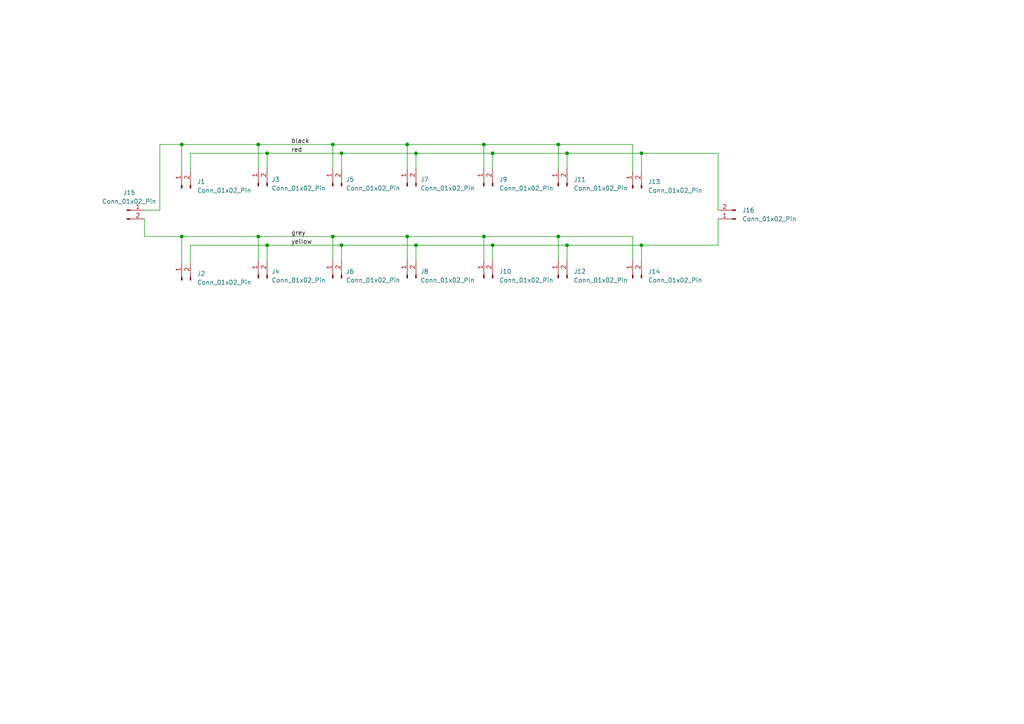
<source format=kicad_sch>
(kicad_sch (version 20230121) (generator eeschema)
  (paper "A4")
  (title_block (title "KNX Distributor") (date "2024-02-26") (rev "0.4") (company "haus-automatisierung.com") (comment 1 "Matthias Kleine"))
  (lib_symbols
    (symbol "Connector:Conn_01x02_Pin" (pin_names (offset 1.016) hide)
      (property "Reference" "J" (at 0 2.54 0))
      (property "Value" "Conn_01x02_Pin" (at 0 -5.08 0))
      (symbol "Conn_01x02_Pin_1_1"
        (polyline (pts (xy 1.27 -2.54) (xy 0.8636 -2.54)) (stroke (width 0.1524)))
        (polyline (pts (xy 1.27 0) (xy 0.8636 0)) (stroke (width 0.1524)))
        (rectangle (start 0.8636 -2.413) (end 0 -2.667) (stroke (width 0.1524)) (fill (type outline)))
        (rectangle (start 0.8636 0.127) (end 0 -0.127) (stroke (width 0.1524)) (fill (type outline)))
        (pin passive line (at 5.08 0 180) (length 3.81) (name "Pin_1") (number "1"))
        (pin passive line (at 5.08 -2.54 180) (length 3.81) (name "Pin_2") (number "2"))
      )
    )
  )
  (junction (at 52.705 68.58))
  (junction (at 140.335 68.58))
  (junction (at 142.875 71.12))
  (junction (at 99.06 71.12))
  (junction (at 161.925 68.58))
  (junction (at 74.93 68.58))
  (junction (at 186.055 71.12))
  (junction (at 164.465 71.12))
  (junction (at 74.93 41.91))
  (junction (at 142.875 44.45))
  (junction (at 120.65 44.45))
  (junction (at 99.06 44.45))
  (junction (at 96.52 41.91))
  (junction (at 186.055 44.45))
  (junction (at 118.11 41.91))
  (junction (at 77.47 44.45))
  (junction (at 120.65 71.12))
  (junction (at 140.335 41.91))
  (junction (at 77.47 71.12))
  (junction (at 164.465 44.45))
  (junction (at 118.11 68.58))
  (junction (at 52.705 41.91))
  (junction (at 161.925 41.91))
  (junction (at 96.52 68.58))
  (wire (pts (xy 183.515 49.53) (xy 183.515 41.91)))
  (wire (pts (xy 99.06 44.45) (xy 77.47 44.45)))
  (wire (pts (xy 208.28 71.12) (xy 186.055 71.12)))
  (wire (pts (xy 77.47 44.45) (xy 77.47 48.895)))
  (wire (pts (xy 41.91 68.58) (xy 52.705 68.58)))
  (wire (pts (xy 140.335 75.565) (xy 140.335 68.58)))
  (wire (pts (xy 164.465 44.45) (xy 142.875 44.45)))
  (wire (pts (xy 96.52 68.58) (xy 74.93 68.58)))
  (wire (pts (xy 183.515 75.565) (xy 183.515 68.58)))
  (wire (pts (xy 118.11 75.565) (xy 118.11 68.58)))
  (wire (pts (xy 55.245 49.53) (xy 55.245 44.45)))
  (wire (pts (xy 161.925 41.91) (xy 140.335 41.91)))
  (wire (pts (xy 142.875 75.565) (xy 142.875 71.12)))
  (wire (pts (xy 46.355 60.96) (xy 46.355 41.91)))
  (wire (pts (xy 118.11 48.895) (xy 118.11 41.91)))
  (wire (pts (xy 140.335 48.895) (xy 140.335 41.91)))
  (wire (pts (xy 142.875 48.895) (xy 142.875 44.45)))
  (wire (pts (xy 96.52 48.895) (xy 96.52 41.91)))
  (wire (pts (xy 186.055 71.12) (xy 186.055 75.565)))
  (wire (pts (xy 74.93 68.58) (xy 74.93 75.565)))
  (wire (pts (xy 41.91 63.5) (xy 41.91 68.58)))
  (wire (pts (xy 183.515 41.91) (xy 161.925 41.91)))
  (wire (pts (xy 142.875 71.12) (xy 120.65 71.12)))
  (wire (pts (xy 41.91 60.96) (xy 46.355 60.96)))
  (wire (pts (xy 142.875 44.45) (xy 120.65 44.45)))
  (wire (pts (xy 99.06 75.565) (xy 99.06 71.12)))
  (wire (pts (xy 164.465 75.565) (xy 164.465 71.12)))
  (wire (pts (xy 52.705 49.53) (xy 52.705 41.91)))
  (wire (pts (xy 161.925 75.565) (xy 161.925 68.58)))
  (wire (pts (xy 55.245 71.12) (xy 77.47 71.12)))
  (wire (pts (xy 96.52 75.565) (xy 96.52 68.58)))
  (wire (pts (xy 161.925 68.58) (xy 140.335 68.58)))
  (wire (pts (xy 208.28 63.5) (xy 208.28 71.12)))
  (wire (pts (xy 186.055 71.12) (xy 164.465 71.12)))
  (wire (pts (xy 77.47 71.12) (xy 77.47 75.565)))
  (wire (pts (xy 208.28 44.45) (xy 186.055 44.45)))
  (wire (pts (xy 52.705 68.58) (xy 74.93 68.58)))
  (wire (pts (xy 140.335 41.91) (xy 118.11 41.91)))
  (wire (pts (xy 120.65 48.895) (xy 120.65 44.45)))
  (wire (pts (xy 55.245 44.45) (xy 77.47 44.45)))
  (wire (pts (xy 120.65 44.45) (xy 99.06 44.45)))
  (wire (pts (xy 55.245 76.2) (xy 55.245 71.12)))
  (wire (pts (xy 186.055 44.45) (xy 186.055 49.53)))
  (wire (pts (xy 164.465 71.12) (xy 142.875 71.12)))
  (wire (pts (xy 183.515 68.58) (xy 161.925 68.58)))
  (wire (pts (xy 140.335 68.58) (xy 118.11 68.58)))
  (wire (pts (xy 120.65 71.12) (xy 99.06 71.12)))
  (wire (pts (xy 46.355 41.91) (xy 52.705 41.91)))
  (wire (pts (xy 186.055 44.45) (xy 164.465 44.45)))
  (wire (pts (xy 118.11 68.58) (xy 96.52 68.58)))
  (wire (pts (xy 52.705 76.2) (xy 52.705 68.58)))
  (wire (pts (xy 74.93 41.91) (xy 74.93 48.895)))
  (wire (pts (xy 96.52 41.91) (xy 74.93 41.91)))
  (wire (pts (xy 99.06 71.12) (xy 77.47 71.12)))
  (wire (pts (xy 99.06 48.895) (xy 99.06 44.45)))
  (wire (pts (xy 120.65 75.565) (xy 120.65 71.12)))
  (wire (pts (xy 52.705 41.91) (xy 74.93 41.91)))
  (wire (pts (xy 161.925 48.895) (xy 161.925 41.91)))
  (wire (pts (xy 208.28 60.96) (xy 208.28 44.45)))
  (wire (pts (xy 118.11 41.91) (xy 96.52 41.91)))
  (wire (pts (xy 164.465 48.895) (xy 164.465 44.45)))
  (label "grey" (at 84.455 68.58 0))
  (label "black" (at 84.455 41.91 0))
  (label "red" (at 84.455 44.45 0))
  (label "yellow" (at 84.455 71.12 0))
  (symbol (lib_id "Connector:Conn_01x02_Pin") (at 140.335 80.645 90) (unit 1)
    (property "Reference" "J10" (at 144.78 78.74 90) (effects (justify right)))
    (property "Value" "Conn_01x02_Pin" (at 144.78 81.28 90) (effects (justify right)))
    (property "Footprint" "haus-automatisierung:Wago-243-212" (effects hide))
  )
  (symbol (lib_id "Connector:Conn_01x02_Pin") (at 183.515 80.645 90) (unit 1)
    (property "Reference" "J14" (at 187.96 78.74 90) (effects (justify right)))
    (property "Value" "Conn_01x02_Pin" (at 187.96 81.28 90) (effects (justify right)))
    (property "Footprint" "haus-automatisierung:Wago-243-212" (effects hide))
  )
  (symbol (lib_id "Connector:Conn_01x02_Pin") (at 161.925 80.645 90) (unit 1)
    (property "Reference" "J12" (at 166.37 78.74 90) (effects (justify right)))
    (property "Value" "Conn_01x02_Pin" (at 166.37 81.28 90) (effects (justify right)))
    (property "Footprint" "haus-automatisierung:Wago-243-212" (effects hide))
  )
  (symbol (lib_id "Connector:Conn_01x02_Pin") (at 52.705 81.28 90) (unit 1)
    (property "Reference" "J2" (at 57.15 79.375 90) (effects (justify right)))
    (property "Value" "Conn_01x02_Pin" (at 57.15 81.915 90) (effects (justify right)))
    (property "Footprint" "haus-automatisierung:Wago-243-212" (effects hide))
  )
  (symbol (lib_id "Connector:Conn_01x02_Pin") (at 118.11 80.645 90) (unit 1)
    (property "Reference" "J8" (at 121.92 78.74 90) (effects (justify right)))
    (property "Value" "Conn_01x02_Pin" (at 121.92 81.28 90) (effects (justify right)))
    (property "Footprint" "haus-automatisierung:Wago-243-212" (effects hide))
  )
  (symbol (lib_id "Connector:Conn_01x02_Pin") (at 213.36 63.5 180) (unit 1)
    (property "Reference" "J16" (at 215.265 60.96 0) (effects (justify right)))
    (property "Value" "Conn_01x02_Pin" (at 215.265 63.5 0) (effects (justify right)))
    (property "Footprint" "Connector_PinHeader_2.54mm:PinHeader_2x01_P2.54mm_Vertical" (effects hide))
  )
  (symbol (lib_id "Connector:Conn_01x02_Pin") (at 74.93 80.645 90) (unit 1)
    (property "Reference" "J4" (at 78.74 78.74 90) (effects (justify right)))
    (property "Value" "Conn_01x02_Pin" (at 78.74 81.28 90) (effects (justify right)))
    (property "Footprint" "haus-automatisierung:Wago-243-212" (effects hide))
  )
  (symbol (lib_id "Connector:Conn_01x02_Pin") (at 74.93 53.975 90) (unit 1)
    (property "Reference" "J3" (at 78.74 52.07 90) (effects (justify right)))
    (property "Value" "Conn_01x02_Pin" (at 78.74 54.61 90) (effects (justify right)))
    (property "Footprint" "haus-automatisierung:Wago-243-211" (effects hide))
  )
  (symbol (lib_id "Connector:Conn_01x02_Pin") (at 36.83 60.96 0) (unit 1)
    (property "Reference" "J15" (at 37.465 55.88 0))
    (property "Value" "Conn_01x02_Pin" (at 37.465 58.42 0))
    (property "Footprint" "Connector_PinHeader_2.54mm:PinHeader_2x01_P2.54mm_Vertical" (effects hide))
  )
  (symbol (lib_id "Connector:Conn_01x02_Pin") (at 118.11 53.975 90) (unit 1)
    (property "Reference" "J7" (at 121.92 52.07 90) (effects (justify right)))
    (property "Value" "Conn_01x02_Pin" (at 121.92 54.61 90) (effects (justify right)))
    (property "Footprint" "haus-automatisierung:Wago-243-211" (effects hide))
  )
  (symbol (lib_id "Connector:Conn_01x02_Pin") (at 140.335 53.975 90) (unit 1)
    (property "Reference" "J9" (at 144.78 52.07 90) (effects (justify right)))
    (property "Value" "Conn_01x02_Pin" (at 144.78 54.61 90) (effects (justify right)))
    (property "Footprint" "haus-automatisierung:Wago-243-211" (effects hide))
  )
  (symbol (lib_id "Connector:Conn_01x02_Pin") (at 52.705 54.61 90) (unit 1)
    (property "Reference" "J1" (at 57.15 52.705 90) (effects (justify right)))
    (property "Value" "Conn_01x02_Pin" (at 57.15 55.245 90) (effects (justify right)))
    (property "Footprint" "haus-automatisierung:Wago-243-211" (effects hide))
  )
  (symbol (lib_id "Connector:Conn_01x02_Pin") (at 183.515 54.61 90) (unit 1)
    (property "Reference" "J13" (at 187.96 52.705 90) (effects (justify right)))
    (property "Value" "Conn_01x02_Pin" (at 187.96 55.245 90) (effects (justify right)))
    (property "Footprint" "haus-automatisierung:Wago-243-211" (effects hide))
  )
  (symbol (lib_id "Connector:Conn_01x02_Pin") (at 96.52 53.975 90) (unit 1)
    (property "Reference" "J5" (at 100.33 52.07 90) (effects (justify right)))
    (property "Value" "Conn_01x02_Pin" (at 100.33 54.61 90) (effects (justify right)))
    (property "Footprint" "haus-automatisierung:Wago-243-211" (effects hide))
  )
  (symbol (lib_id "Connector:Conn_01x02_Pin") (at 161.925 53.975 90) (unit 1)
    (property "Reference" "J11" (at 166.37 52.07 90) (effects (justify right)))
    (property "Value" "Conn_01x02_Pin" (at 166.37 54.61 90) (effects (justify right)))
    (property "Footprint" "haus-automatisierung:Wago-243-211" (effects hide))
  )
  (symbol (lib_id "Connector:Conn_01x02_Pin") (at 96.52 80.645 90) (unit 1)
    (property "Reference" "J6" (at 100.33 78.74 90) (effects (justify right)))
    (property "Value" "Conn_01x02_Pin" (at 100.33 81.28 90) (effects (justify right)))
    (property "Footprint" "haus-automatisierung:Wago-243-212" (effects hide))
  )
)
</source>
